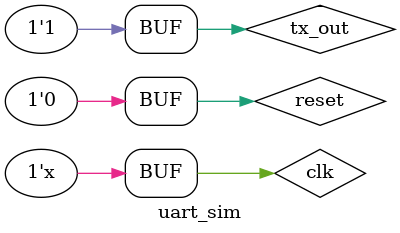
<source format=sv>
module uart_sim();
logic clk;
logic reset;
logic tx_out;
logic rx_in;
axi_uartlite_0 uart(.s_axi_aclk(clk), .s_axi_aresetn(reset),  .rx(tx_out), .tx(rx_in), .s_axi_arvalid(1), .s_axi_awvalid(1),  .s_axi_bready(1), .s_axi_rready(1), .s_axi_wvalid(1));

always begin
    #5
    clk = !clk;
end

initial begin
    clk = 1;
    reset = 0;
    for(integer i = 0; i < 10 ; i = i + 1) begin
        #10
        tx_out = i;
    end
end
endmodule
</source>
